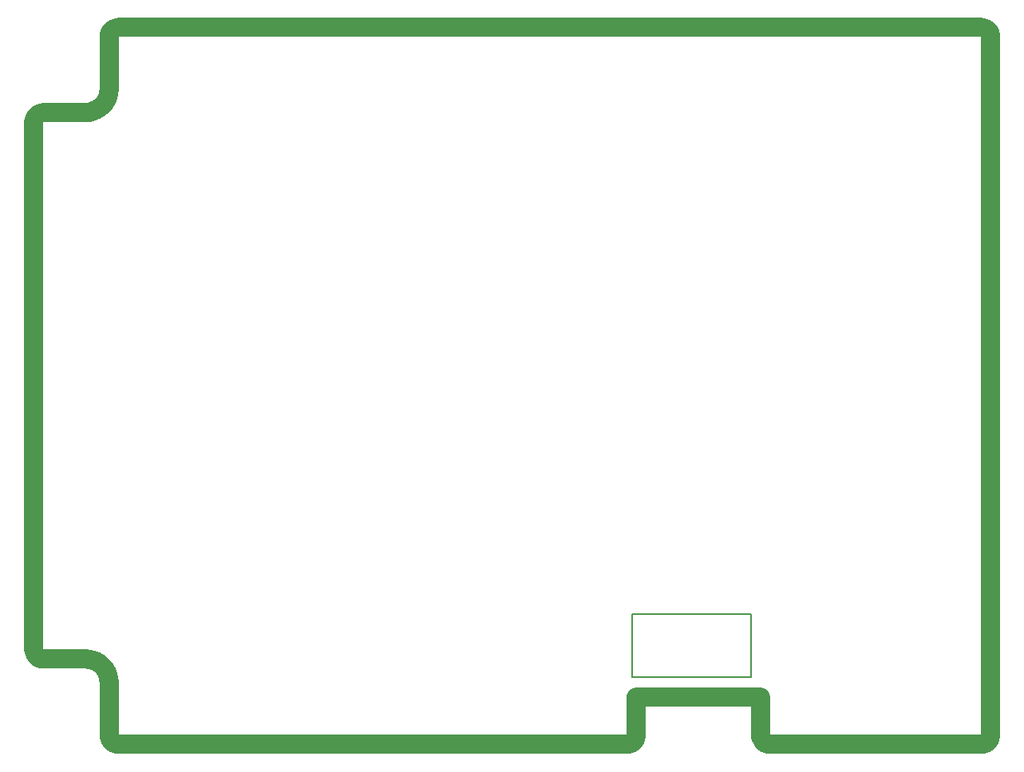
<source format=gm1>
G04*
G04 #@! TF.GenerationSoftware,Altium Limited,Altium Designer,19.1.8 (144)*
G04*
G04 Layer_Color=16711935*
%FSLAX25Y25*%
%MOIN*%
G70*
G01*
G75*
%ADD16C,0.00800*%
%ADD117C,0.07874*%
D16*
X346063Y124016D02*
X395669D01*
X346063D02*
Y150394D01*
X395669Y124016D02*
Y150394D01*
X346063D02*
X395669D01*
D117*
X495669Y391732D02*
X495535Y392751D01*
X495142Y393701D01*
X494516Y394516D01*
X493701Y395142D01*
X492751Y395535D01*
X491732Y395669D01*
X495669Y391732D02*
X495535Y392751D01*
X495142Y393701D01*
X494516Y394516D01*
X493701Y395142D01*
X492751Y395535D01*
X491732Y395669D01*
Y96063D02*
X492751Y96197D01*
X493701Y96590D01*
X494516Y97216D01*
X495142Y98031D01*
X495535Y98981D01*
X495669Y100000D01*
X491732Y96063D02*
X492751Y96197D01*
X493701Y96590D01*
X494516Y97216D01*
X495142Y98031D01*
X495535Y98981D01*
X495669Y100000D01*
X399606D02*
X399740Y98981D01*
X400134Y98031D01*
X400759Y97216D01*
X401575Y96590D01*
X402524Y96197D01*
X403543Y96063D01*
X399606Y100000D02*
X399740Y98981D01*
X400134Y98031D01*
X400759Y97216D01*
X401575Y96590D01*
X402524Y96197D01*
X403543Y96063D01*
X343701D02*
X344720Y96197D01*
X345669Y96590D01*
X346485Y97216D01*
X347110Y98031D01*
X347504Y98981D01*
X347638Y100000D01*
X343701Y96063D02*
X344720Y96197D01*
X345669Y96590D01*
X346485Y97216D01*
X347110Y98031D01*
X347504Y98981D01*
X347638Y100000D01*
X131496Y395669D02*
X130477Y395535D01*
X129527Y395142D01*
X128712Y394516D01*
X128086Y393701D01*
X127693Y392751D01*
X127559Y391732D01*
X131496Y395669D02*
X130477Y395535D01*
X129527Y395142D01*
X128712Y394516D01*
X128086Y393701D01*
X127693Y392751D01*
X127559Y391732D01*
X100000Y360039D02*
X98981Y359905D01*
X98031Y359512D01*
X97216Y358886D01*
X96590Y358071D01*
X96197Y357121D01*
X96063Y356102D01*
X100000Y360039D02*
X98981Y359905D01*
X98031Y359512D01*
X97216Y358886D01*
X96590Y358071D01*
X96197Y357121D01*
X96063Y356102D01*
X127559Y100000D02*
X127693Y98981D01*
X128086Y98031D01*
X128712Y97216D01*
X129527Y96590D01*
X130477Y96197D01*
X131496Y96063D01*
X127559Y100000D02*
X127693Y98981D01*
X128086Y98031D01*
X128712Y97216D01*
X129527Y96590D01*
X130477Y96197D01*
X131496Y96063D01*
X96063Y135630D02*
X96197Y134611D01*
X96590Y133661D01*
X97216Y132846D01*
X98031Y132220D01*
X98981Y131827D01*
X100000Y131693D01*
X96063Y135630D02*
X96197Y134611D01*
X96590Y133661D01*
X97216Y132846D01*
X98031Y132220D01*
X98981Y131827D01*
X100000Y131693D01*
X495669Y100000D02*
Y391732D01*
X399385Y115748D02*
X399584Y115726D01*
X403543Y96063D02*
X491732D01*
X347859Y115748D02*
X399385D01*
X399584Y115726D02*
X399606Y115527D01*
Y100000D02*
Y115527D01*
X347638D02*
X347660Y115726D01*
X347638Y100000D02*
Y115527D01*
X347660Y115726D02*
X347859Y115748D01*
X131496Y395669D02*
X491732D01*
X127395Y368175D02*
X127559Y370054D01*
Y391732D01*
X126951Y366521D02*
X127395Y368175D01*
X126227Y364968D02*
X126951Y366521D01*
X125245Y363565D02*
X126227Y364968D01*
X124033Y362354D02*
X125245Y363565D01*
X122630Y361371D02*
X124033Y362354D01*
X121078Y360647D02*
X122630Y361371D01*
X119423Y360204D02*
X121078Y360647D01*
X117545Y360039D02*
X119423Y360204D01*
X100000Y360039D02*
X117545D01*
X131496Y96063D02*
X343701D01*
X127395Y123557D02*
X127559Y121678D01*
Y100000D02*
Y121678D01*
X96063Y135630D02*
Y356102D01*
X126227Y126764D02*
X126951Y125212D01*
X127395Y123557D01*
X124033Y129378D02*
X125245Y128167D01*
X126227Y126764D01*
X117544Y131693D02*
X119423Y131528D01*
X100000Y131693D02*
X117544D01*
X122630Y130361D02*
X124033Y129378D01*
X119423Y131528D02*
X121078Y131085D01*
X122630Y130361D01*
M02*

</source>
